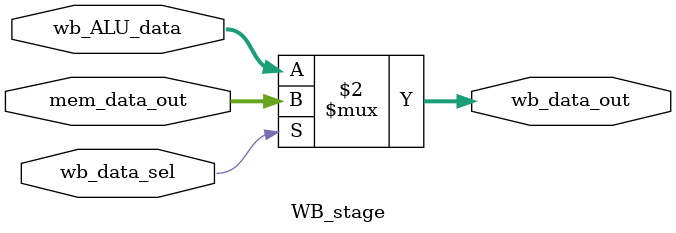
<source format=v>
`timescale 1ns/1ns
module WB_stage ( 
	//From MEM (ALU or Load)
	input [7:0] wb_ALU_data   ,
	input [7:0] mem_data_out  ,
	input        wb_data_sel   , 
	//To Register File
	output[7:0] wb_data_out	
);
					  
					  
	assign wb_data_out = (wb_data_sel==1'b0) ? wb_ALU_data : mem_data_out;

endmodule
</source>
